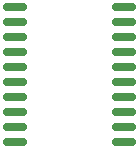
<source format=gbr>
%TF.GenerationSoftware,KiCad,Pcbnew,7.0.10*%
%TF.CreationDate,2024-02-17T01:46:53-05:00*%
%TF.ProjectId,rbus-adat,72627573-2d61-4646-9174-2e6b69636164,0*%
%TF.SameCoordinates,Original*%
%TF.FileFunction,Paste,Top*%
%TF.FilePolarity,Positive*%
%FSLAX46Y46*%
G04 Gerber Fmt 4.6, Leading zero omitted, Abs format (unit mm)*
G04 Created by KiCad (PCBNEW 7.0.10) date 2024-02-17 01:46:53*
%MOMM*%
%LPD*%
G01*
G04 APERTURE LIST*
G04 Aperture macros list*
%AMRoundRect*
0 Rectangle with rounded corners*
0 $1 Rounding radius*
0 $2 $3 $4 $5 $6 $7 $8 $9 X,Y pos of 4 corners*
0 Add a 4 corners polygon primitive as box body*
4,1,4,$2,$3,$4,$5,$6,$7,$8,$9,$2,$3,0*
0 Add four circle primitives for the rounded corners*
1,1,$1+$1,$2,$3*
1,1,$1+$1,$4,$5*
1,1,$1+$1,$6,$7*
1,1,$1+$1,$8,$9*
0 Add four rect primitives between the rounded corners*
20,1,$1+$1,$2,$3,$4,$5,0*
20,1,$1+$1,$4,$5,$6,$7,0*
20,1,$1+$1,$6,$7,$8,$9,0*
20,1,$1+$1,$8,$9,$2,$3,0*%
G04 Aperture macros list end*
%ADD10RoundRect,0.150000X-0.850000X-0.150000X0.850000X-0.150000X0.850000X0.150000X-0.850000X0.150000X0*%
G04 APERTURE END LIST*
D10*
%TO.C,U2*%
X96975000Y-75565000D03*
X96975000Y-76835000D03*
X96975000Y-78105000D03*
X96975000Y-79375000D03*
X96975000Y-80645000D03*
X96975000Y-81915000D03*
X96975000Y-83185000D03*
X96975000Y-84455000D03*
X96975000Y-85725000D03*
X96975000Y-86995000D03*
X106225000Y-86995000D03*
X106225000Y-85725000D03*
X106225000Y-84455000D03*
X106225000Y-83185000D03*
X106225000Y-81915000D03*
X106225000Y-80645000D03*
X106225000Y-79375000D03*
X106225000Y-78105000D03*
X106225000Y-76835000D03*
X106225000Y-75565000D03*
%TD*%
M02*

</source>
